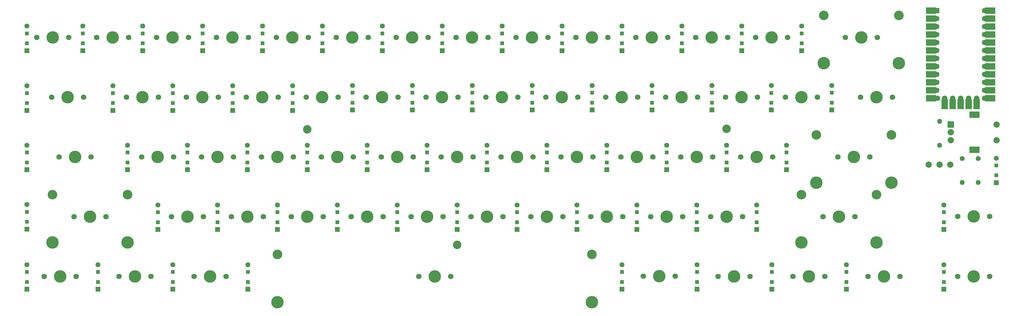
<source format=gbr>
G04 #@! TF.GenerationSoftware,KiCad,Pcbnew,(5.1.5)-3*
G04 #@! TF.CreationDate,2020-03-15T19:25:50-07:00*
G04 #@! TF.ProjectId,keyboard-layout,6b657962-6f61-4726-942d-6c61796f7574,rev?*
G04 #@! TF.SameCoordinates,Original*
G04 #@! TF.FileFunction,Soldermask,Top*
G04 #@! TF.FilePolarity,Negative*
%FSLAX46Y46*%
G04 Gerber Fmt 4.6, Leading zero omitted, Abs format (unit mm)*
G04 Created by KiCad (PCBNEW (5.1.5)-3) date 2020-03-15 19:25:50*
%MOMM*%
%LPD*%
G04 APERTURE LIST*
%ADD10R,2.000000X2.000000*%
%ADD11C,2.000000*%
%ADD12R,3.200000X2.000000*%
%ADD13C,2.700000*%
%ADD14C,3.987800*%
%ADD15C,1.750000*%
%ADD16C,3.048000*%
%ADD17R,1.752600X1.752600*%
%ADD18C,1.752600*%
%ADD19R,3.250000X2.000000*%
%ADD20R,2.000000X3.250000*%
%ADD21C,1.600000*%
%ADD22R,1.600000X1.600000*%
%ADD23R,1.200000X1.200000*%
%ADD24C,1.998980*%
%ADD25O,1.600000X1.600000*%
G04 APERTURE END LIST*
D10*
X315153040Y-57297320D03*
D11*
X315153040Y-59797320D03*
X315153040Y-62297320D03*
D12*
X322653040Y-54197320D03*
X322653040Y-65397320D03*
D11*
X329653040Y-57297320D03*
X329653040Y-62297320D03*
D13*
X158115000Y-95631000D03*
D14*
X248602500Y-48571660D03*
D15*
X243522500Y-48571660D03*
X253682500Y-48571660D03*
D13*
X110490000Y-58801000D03*
X243840000Y-58674000D03*
D14*
X151023320Y-105711500D03*
D15*
X145943320Y-105711500D03*
X156103320Y-105711500D03*
D16*
X101023420Y-98726500D03*
X201023220Y-98726500D03*
D14*
X101023420Y-113966500D03*
X201023220Y-113966500D03*
D17*
X310673750Y-20955000D03*
D18*
X310673750Y-23495000D03*
X310673750Y-26035000D03*
X310673750Y-28575000D03*
X310673750Y-31115000D03*
X310673750Y-33655000D03*
X310673750Y-36195000D03*
X310673750Y-38735000D03*
X310673750Y-41275000D03*
X310673750Y-43815000D03*
X310673750Y-46355000D03*
X325913750Y-48895000D03*
X325913750Y-46355000D03*
X325913750Y-43815000D03*
X325913750Y-41275000D03*
X325913750Y-38735000D03*
X325913750Y-36195000D03*
X325913750Y-33655000D03*
X325913750Y-31115000D03*
X325913750Y-28575000D03*
X325913750Y-26035000D03*
X325913750Y-23495000D03*
X310902350Y-48895000D03*
X325913750Y-20955000D03*
X323373750Y-48895000D03*
X320833750Y-48895000D03*
X318293750Y-48895000D03*
X315753750Y-48895000D03*
X313213750Y-48895000D03*
D19*
X308895750Y-20955000D03*
X308895750Y-23495000D03*
X308895750Y-26035000D03*
X308895750Y-28575000D03*
X308895750Y-31115000D03*
X308895750Y-33655000D03*
X308895750Y-36195000D03*
X308895750Y-38735000D03*
X308895750Y-41275000D03*
X308895750Y-43815000D03*
X308895750Y-46355000D03*
X308895750Y-48895000D03*
X327691750Y-48895000D03*
X327691750Y-46355000D03*
X327691750Y-43815000D03*
X327691750Y-41275000D03*
X327691750Y-38735000D03*
X327691750Y-36195000D03*
X327691750Y-33655000D03*
X327691750Y-31115000D03*
X327691750Y-28575000D03*
X327691750Y-26035000D03*
X327691750Y-23495000D03*
X327691750Y-20955000D03*
D20*
X313213750Y-50800000D03*
X315753750Y-50800000D03*
X318293750Y-50800000D03*
X320833750Y-50800000D03*
X323373750Y-50800000D03*
D21*
X329565000Y-68048040D03*
D22*
X329565000Y-75848040D03*
D23*
X329565000Y-73523040D03*
X329565000Y-70373040D03*
D24*
X308107080Y-70081140D03*
D25*
X311531000Y-56261000D03*
D21*
X311531000Y-63881000D03*
D25*
X318770000Y-75758040D03*
D21*
X318770000Y-68138040D03*
D25*
X323850000Y-75758040D03*
D21*
X323850000Y-68138040D03*
D24*
X311536080Y-70081140D03*
D14*
X72379840Y-86653880D03*
D15*
X67299840Y-86653880D03*
X77459840Y-86653880D03*
D14*
X153352500Y-48571660D03*
D15*
X148272500Y-48571660D03*
X158432500Y-48571660D03*
D14*
X91429840Y-86653880D03*
D15*
X86349840Y-86653880D03*
X96509840Y-86653880D03*
D14*
X55745380Y-105716580D03*
D15*
X50665380Y-105716580D03*
X60825380Y-105716580D03*
D14*
X246222520Y-105716580D03*
D15*
X241142520Y-105716580D03*
X251302520Y-105716580D03*
D14*
X77152500Y-48571660D03*
D15*
X72072500Y-48571660D03*
X82232500Y-48571660D03*
D14*
X129529840Y-86653880D03*
D15*
X124449840Y-86653880D03*
X134609840Y-86653880D03*
D14*
X172402500Y-48571660D03*
D15*
X167322500Y-48571660D03*
X177482500Y-48571660D03*
D14*
X34282380Y-48579280D03*
D15*
X29202380Y-48579280D03*
X39362380Y-48579280D03*
D14*
X134302500Y-48571660D03*
D15*
X129222500Y-48571660D03*
X139382500Y-48571660D03*
D14*
X243829840Y-86653880D03*
D15*
X238749840Y-86653880D03*
X248909840Y-86653880D03*
D14*
X41427400Y-86674200D03*
D15*
X36347400Y-86674200D03*
X46507400Y-86674200D03*
D16*
X29489400Y-79689200D03*
X53365400Y-79689200D03*
D14*
X29489400Y-94929200D03*
X53365400Y-94929200D03*
X279552400Y-86658960D03*
D15*
X274472400Y-86658960D03*
X284632400Y-86658960D03*
D16*
X267614400Y-79673960D03*
X291490400Y-79673960D03*
D14*
X267614400Y-94913960D03*
X291490400Y-94913960D03*
X234317540Y-67621660D03*
D15*
X229237540Y-67621660D03*
X239397540Y-67621660D03*
D14*
X81917540Y-67621660D03*
D15*
X76837540Y-67621660D03*
X86997540Y-67621660D03*
D14*
X115252500Y-48571660D03*
D15*
X110172500Y-48571660D03*
X120332500Y-48571660D03*
D14*
X253367540Y-67621660D03*
D15*
X248287540Y-67621660D03*
X258447540Y-67621660D03*
D14*
X58102500Y-48571660D03*
D15*
X53022500Y-48571660D03*
X63182500Y-48571660D03*
D14*
X229552500Y-48571660D03*
D15*
X224472500Y-48571660D03*
X234632500Y-48571660D03*
D14*
X210502500Y-48571660D03*
D15*
X205422500Y-48571660D03*
X215582500Y-48571660D03*
D14*
X167629840Y-86653880D03*
D15*
X162549840Y-86653880D03*
X172709840Y-86653880D03*
D14*
X239077500Y-29521660D03*
D15*
X233997500Y-29521660D03*
X244157500Y-29521660D03*
D14*
X270029940Y-105716580D03*
D15*
X264949940Y-105716580D03*
X275109940Y-105716580D03*
D14*
X186679840Y-86653880D03*
D15*
X181599840Y-86653880D03*
X191759840Y-86653880D03*
D14*
X215267540Y-67621660D03*
D15*
X210187540Y-67621660D03*
X220347540Y-67621660D03*
D14*
X196217540Y-67621660D03*
D15*
X191137540Y-67621660D03*
X201297540Y-67621660D03*
D14*
X177167540Y-67621660D03*
D15*
X172087540Y-67621660D03*
X182247540Y-67621660D03*
D14*
X191452500Y-48571660D03*
D15*
X186372500Y-48571660D03*
X196532500Y-48571660D03*
D14*
X158117540Y-67621660D03*
D15*
X153037540Y-67621660D03*
X163197540Y-67621660D03*
D14*
X139067540Y-67621660D03*
D15*
X133987540Y-67621660D03*
X144147540Y-67621660D03*
D14*
X120017540Y-67621660D03*
D15*
X114937540Y-67621660D03*
X125097540Y-67621660D03*
D14*
X29527500Y-29521660D03*
D15*
X24447500Y-29521660D03*
X34607500Y-29521660D03*
D14*
X258127500Y-29521660D03*
D15*
X253047500Y-29521660D03*
X263207500Y-29521660D03*
D14*
X284340300Y-67619120D03*
D15*
X279260300Y-67619120D03*
X289420300Y-67619120D03*
D16*
X272402300Y-60634120D03*
X296278300Y-60634120D03*
D14*
X272402300Y-75874120D03*
X296278300Y-75874120D03*
X96202500Y-48571660D03*
D15*
X91122500Y-48571660D03*
X101282500Y-48571660D03*
D14*
X224779840Y-86653880D03*
D15*
X219699840Y-86653880D03*
X229859840Y-86653880D03*
D14*
X100967540Y-67621660D03*
D15*
X95887540Y-67621660D03*
X106047540Y-67621660D03*
D14*
X31915100Y-105716580D03*
D15*
X26835100Y-105716580D03*
X36995100Y-105716580D03*
D14*
X293834820Y-105716580D03*
D15*
X288754820Y-105716580D03*
X298914820Y-105716580D03*
D14*
X205729840Y-86653880D03*
D15*
X200649840Y-86653880D03*
X210809840Y-86653880D03*
D14*
X36664900Y-67631820D03*
D15*
X31584900Y-67631820D03*
X41744900Y-67631820D03*
D14*
X110479840Y-86653880D03*
D15*
X105399840Y-86653880D03*
X115559840Y-86653880D03*
D14*
X291472500Y-48586660D03*
D15*
X286392500Y-48586660D03*
X296552500Y-48586660D03*
D14*
X286702500Y-29521660D03*
D15*
X281622500Y-29521660D03*
X291782500Y-29521660D03*
D16*
X274764500Y-22536660D03*
X298640500Y-22536660D03*
D14*
X274764500Y-37776660D03*
X298640500Y-37776660D03*
X148579840Y-86653880D03*
D15*
X143499840Y-86653880D03*
X153659840Y-86653880D03*
D14*
X79573120Y-105716580D03*
D15*
X74493120Y-105716580D03*
X84653120Y-105716580D03*
D14*
X222453200Y-105696260D03*
D15*
X217373200Y-105696260D03*
X227533200Y-105696260D03*
D14*
X62867540Y-67621660D03*
D15*
X57787540Y-67621660D03*
X67947540Y-67621660D03*
D14*
X267652500Y-48571660D03*
D15*
X262572500Y-48571660D03*
X272732500Y-48571660D03*
D14*
X322389500Y-86614000D03*
D15*
X317309500Y-86614000D03*
X327469500Y-86614000D03*
D14*
X322389500Y-105721660D03*
D15*
X317309500Y-105721660D03*
X327469500Y-105721660D03*
D14*
X200977500Y-29521660D03*
D15*
X195897500Y-29521660D03*
X206057500Y-29521660D03*
D14*
X181927500Y-29521660D03*
D15*
X176847500Y-29521660D03*
X187007500Y-29521660D03*
D14*
X162877500Y-29521660D03*
D15*
X157797500Y-29521660D03*
X167957500Y-29521660D03*
D14*
X143827500Y-29521660D03*
D15*
X138747500Y-29521660D03*
X148907500Y-29521660D03*
D14*
X124777500Y-29521660D03*
D15*
X119697500Y-29521660D03*
X129857500Y-29521660D03*
D14*
X105727500Y-29521660D03*
D15*
X100647500Y-29521660D03*
X110807500Y-29521660D03*
D14*
X86677500Y-29521660D03*
D15*
X81597500Y-29521660D03*
X91757500Y-29521660D03*
D14*
X67627500Y-29521660D03*
D15*
X62547500Y-29521660D03*
X72707500Y-29521660D03*
D14*
X48577500Y-29521660D03*
D15*
X43497500Y-29521660D03*
X53657500Y-29521660D03*
D14*
X220027500Y-29521660D03*
D15*
X214947500Y-29521660D03*
X225107500Y-29521660D03*
D24*
X314965080Y-70081140D03*
D21*
X62992000Y-82968000D03*
D22*
X62992000Y-90768000D03*
D23*
X62992000Y-88443000D03*
X62992000Y-85293000D03*
D21*
X143891000Y-44868000D03*
D22*
X143891000Y-52668000D03*
D23*
X143891000Y-50343000D03*
X143891000Y-47193000D03*
D21*
X81915000Y-82968000D03*
D22*
X81915000Y-90768000D03*
D23*
X81915000Y-88443000D03*
X81915000Y-85293000D03*
D21*
X43942000Y-102018000D03*
D22*
X43942000Y-109818000D03*
D23*
X43942000Y-107493000D03*
X43942000Y-104343000D03*
D21*
X234442000Y-102018000D03*
D22*
X234442000Y-109818000D03*
D23*
X234442000Y-107493000D03*
X234442000Y-104343000D03*
D21*
X67691000Y-44995000D03*
D22*
X67691000Y-52795000D03*
D23*
X67691000Y-50470000D03*
X67691000Y-47320000D03*
D21*
X120015000Y-82968000D03*
D22*
X120015000Y-90768000D03*
D23*
X120015000Y-88443000D03*
X120015000Y-85293000D03*
D21*
X162941000Y-44868000D03*
D22*
X162941000Y-52668000D03*
D23*
X162941000Y-50343000D03*
X162941000Y-47193000D03*
D21*
X21336000Y-44995000D03*
D22*
X21336000Y-52795000D03*
D23*
X21336000Y-50470000D03*
X21336000Y-47320000D03*
D21*
X124841000Y-44868000D03*
D22*
X124841000Y-52668000D03*
D23*
X124841000Y-50343000D03*
X124841000Y-47193000D03*
D21*
X234315000Y-82968000D03*
D22*
X234315000Y-90768000D03*
D23*
X234315000Y-88443000D03*
X234315000Y-85293000D03*
D21*
X21336000Y-82841000D03*
D22*
X21336000Y-90641000D03*
D23*
X21336000Y-88316000D03*
X21336000Y-85166000D03*
D21*
X253365000Y-82968000D03*
D22*
X253365000Y-90768000D03*
D23*
X253365000Y-88443000D03*
X253365000Y-85293000D03*
D21*
X224790000Y-63918000D03*
D22*
X224790000Y-71718000D03*
D23*
X224790000Y-69393000D03*
X224790000Y-66243000D03*
D21*
X72390000Y-63918000D03*
D22*
X72390000Y-71718000D03*
D23*
X72390000Y-69393000D03*
X72390000Y-66243000D03*
D21*
X105791000Y-44995000D03*
D22*
X105791000Y-52795000D03*
D23*
X105791000Y-50470000D03*
X105791000Y-47320000D03*
D21*
X243840000Y-63918000D03*
D22*
X243840000Y-71718000D03*
D23*
X243840000Y-69393000D03*
X243840000Y-66243000D03*
D21*
X48641000Y-44995000D03*
D22*
X48641000Y-52795000D03*
D23*
X48641000Y-50470000D03*
X48641000Y-47320000D03*
D21*
X220091000Y-44868000D03*
D22*
X220091000Y-52668000D03*
D23*
X220091000Y-50343000D03*
X220091000Y-47193000D03*
D21*
X201041000Y-44868000D03*
D22*
X201041000Y-52668000D03*
D23*
X201041000Y-50343000D03*
X201041000Y-47193000D03*
D21*
X158115000Y-82968000D03*
D22*
X158115000Y-90768000D03*
D23*
X158115000Y-88443000D03*
X158115000Y-85293000D03*
D21*
X229616000Y-25945000D03*
D22*
X229616000Y-33745000D03*
D23*
X229616000Y-31420000D03*
X229616000Y-28270000D03*
D21*
X258191000Y-102018000D03*
D22*
X258191000Y-109818000D03*
D23*
X258191000Y-107493000D03*
X258191000Y-104343000D03*
D21*
X177165000Y-82968000D03*
D22*
X177165000Y-90768000D03*
D23*
X177165000Y-88443000D03*
X177165000Y-85293000D03*
D21*
X205740000Y-63918000D03*
D22*
X205740000Y-71718000D03*
D23*
X205740000Y-69393000D03*
X205740000Y-66243000D03*
D21*
X186690000Y-63918000D03*
D22*
X186690000Y-71718000D03*
D23*
X186690000Y-69393000D03*
X186690000Y-66243000D03*
D21*
X167640000Y-63918000D03*
D22*
X167640000Y-71718000D03*
D23*
X167640000Y-69393000D03*
X167640000Y-66243000D03*
D21*
X181991000Y-44868000D03*
D22*
X181991000Y-52668000D03*
D23*
X181991000Y-50343000D03*
X181991000Y-47193000D03*
D21*
X148590000Y-63918000D03*
D22*
X148590000Y-71718000D03*
D23*
X148590000Y-69393000D03*
X148590000Y-66243000D03*
D21*
X129540000Y-63918000D03*
D22*
X129540000Y-71718000D03*
D23*
X129540000Y-69393000D03*
X129540000Y-66243000D03*
D21*
X110490000Y-63918000D03*
D22*
X110490000Y-71718000D03*
D23*
X110490000Y-69393000D03*
X110490000Y-66243000D03*
D21*
X248666000Y-25945000D03*
D22*
X248666000Y-33745000D03*
D23*
X248666000Y-31420000D03*
X248666000Y-28270000D03*
D21*
X262890000Y-63918000D03*
D22*
X262890000Y-71718000D03*
D23*
X262890000Y-69393000D03*
X262890000Y-66243000D03*
D21*
X86741000Y-44995000D03*
D22*
X86741000Y-52795000D03*
D23*
X86741000Y-50470000D03*
X86741000Y-47320000D03*
D21*
X215265000Y-82968000D03*
D22*
X215265000Y-90768000D03*
D23*
X215265000Y-88443000D03*
X215265000Y-85293000D03*
D21*
X91440000Y-63918000D03*
D22*
X91440000Y-71718000D03*
D23*
X91440000Y-69393000D03*
X91440000Y-66243000D03*
D21*
X21336000Y-102018000D03*
D22*
X21336000Y-109818000D03*
D23*
X21336000Y-107493000D03*
X21336000Y-104343000D03*
D21*
X281940000Y-102018000D03*
D22*
X281940000Y-109818000D03*
D23*
X281940000Y-107493000D03*
X281940000Y-104343000D03*
D21*
X196215000Y-82968000D03*
D22*
X196215000Y-90768000D03*
D23*
X196215000Y-88443000D03*
X196215000Y-85293000D03*
D21*
X21336000Y-63918000D03*
D22*
X21336000Y-71718000D03*
D23*
X21336000Y-69393000D03*
X21336000Y-66243000D03*
D21*
X100965000Y-82968000D03*
D22*
X100965000Y-90768000D03*
D23*
X100965000Y-88443000D03*
X100965000Y-85293000D03*
D21*
X277241000Y-44868000D03*
D22*
X277241000Y-52668000D03*
D23*
X277241000Y-50343000D03*
X277241000Y-47193000D03*
D21*
X267716000Y-25945000D03*
D22*
X267716000Y-33745000D03*
D23*
X267716000Y-31420000D03*
X267716000Y-28270000D03*
D21*
X139065000Y-82968000D03*
D22*
X139065000Y-90768000D03*
D23*
X139065000Y-88443000D03*
X139065000Y-85293000D03*
D21*
X67691000Y-102018000D03*
D22*
X67691000Y-109818000D03*
D23*
X67691000Y-107493000D03*
X67691000Y-104343000D03*
D21*
X210566000Y-102018000D03*
D22*
X210566000Y-109818000D03*
D23*
X210566000Y-107493000D03*
X210566000Y-104343000D03*
D21*
X53340000Y-63918000D03*
D22*
X53340000Y-71718000D03*
D23*
X53340000Y-69393000D03*
X53340000Y-66243000D03*
D21*
X21336000Y-25945000D03*
D22*
X21336000Y-33745000D03*
D23*
X21336000Y-31420000D03*
X21336000Y-28270000D03*
D21*
X258064000Y-44901000D03*
D22*
X258064000Y-52701000D03*
D23*
X258064000Y-50376000D03*
X258064000Y-47226000D03*
D21*
X239141000Y-44868000D03*
D22*
X239141000Y-52668000D03*
D23*
X239141000Y-50343000D03*
X239141000Y-47193000D03*
D21*
X312928000Y-82968000D03*
D22*
X312928000Y-90768000D03*
D23*
X312928000Y-88443000D03*
X312928000Y-85293000D03*
D21*
X312928000Y-102018000D03*
D22*
X312928000Y-109818000D03*
D23*
X312928000Y-107493000D03*
X312928000Y-104343000D03*
D21*
X91567000Y-102018000D03*
D22*
X91567000Y-109818000D03*
D23*
X91567000Y-107493000D03*
X91567000Y-104343000D03*
D21*
X191516000Y-25945000D03*
D22*
X191516000Y-33745000D03*
D23*
X191516000Y-31420000D03*
X191516000Y-28270000D03*
D21*
X172466000Y-25945000D03*
D22*
X172466000Y-33745000D03*
D23*
X172466000Y-31420000D03*
X172466000Y-28270000D03*
D21*
X153416000Y-25945000D03*
D22*
X153416000Y-33745000D03*
D23*
X153416000Y-31420000D03*
X153416000Y-28270000D03*
D21*
X134366000Y-25945000D03*
D22*
X134366000Y-33745000D03*
D23*
X134366000Y-31420000D03*
X134366000Y-28270000D03*
D21*
X115316000Y-25945000D03*
D22*
X115316000Y-33745000D03*
D23*
X115316000Y-31420000D03*
X115316000Y-28270000D03*
D21*
X96266000Y-25945000D03*
D22*
X96266000Y-33745000D03*
D23*
X96266000Y-31420000D03*
X96266000Y-28270000D03*
D21*
X77216000Y-25945000D03*
D22*
X77216000Y-33745000D03*
D23*
X77216000Y-31420000D03*
X77216000Y-28270000D03*
D21*
X58166000Y-25945000D03*
D22*
X58166000Y-33745000D03*
D23*
X58166000Y-31420000D03*
X58166000Y-28270000D03*
D21*
X39116000Y-25945000D03*
D22*
X39116000Y-33745000D03*
D23*
X39116000Y-31420000D03*
X39116000Y-28270000D03*
D21*
X210566000Y-25945000D03*
D22*
X210566000Y-33745000D03*
D23*
X210566000Y-31420000D03*
X210566000Y-28270000D03*
M02*

</source>
